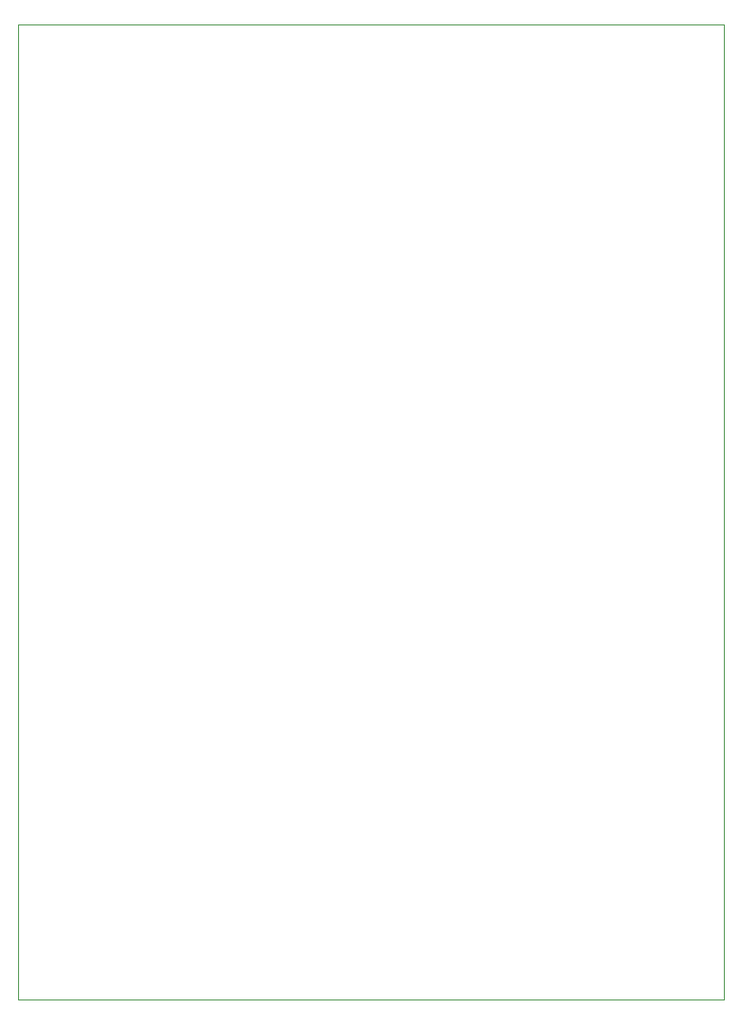
<source format=gm1>
G04 #@! TF.GenerationSoftware,KiCad,Pcbnew,6.0.1-79c1e3a40b~116~ubuntu21.04.1*
G04 #@! TF.CreationDate,2022-02-15T16:14:14-05:00*
G04 #@! TF.ProjectId,ttc_sign,7474635f-7369-4676-9e2e-6b696361645f,rev?*
G04 #@! TF.SameCoordinates,Original*
G04 #@! TF.FileFunction,Profile,NP*
%FSLAX46Y46*%
G04 Gerber Fmt 4.6, Leading zero omitted, Abs format (unit mm)*
G04 Created by KiCad (PCBNEW 6.0.1-79c1e3a40b~116~ubuntu21.04.1) date 2022-02-15 16:14:14*
%MOMM*%
%LPD*%
G01*
G04 APERTURE LIST*
G04 #@! TA.AperFunction,Profile*
%ADD10C,0.050000*%
G04 #@! TD*
G04 APERTURE END LIST*
D10*
X55000000Y-123000000D02*
X55000000Y-32000000D01*
X121000000Y-123000000D02*
X55000000Y-123000000D01*
X121000000Y-32000000D02*
X121000000Y-123000000D01*
X55000000Y-32000000D02*
X121000000Y-32000000D01*
M02*

</source>
